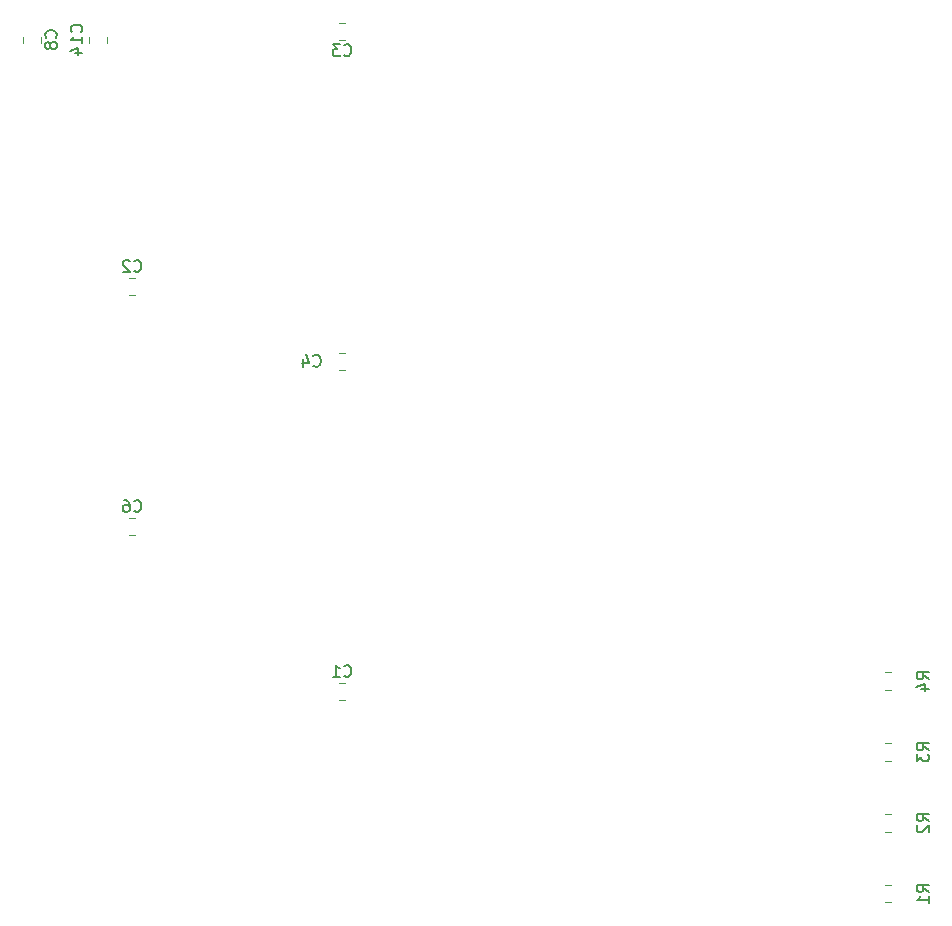
<source format=gbr>
%TF.GenerationSoftware,KiCad,Pcbnew,(5.1.9)-1*%
%TF.CreationDate,2021-06-06T11:32:17-04:00*%
%TF.ProjectId,main,6d61696e-2e6b-4696-9361-645f70636258,rev?*%
%TF.SameCoordinates,Original*%
%TF.FileFunction,Legend,Bot*%
%TF.FilePolarity,Positive*%
%FSLAX46Y46*%
G04 Gerber Fmt 4.6, Leading zero omitted, Abs format (unit mm)*
G04 Created by KiCad (PCBNEW (5.1.9)-1) date 2021-06-06 11:32:17*
%MOMM*%
%LPD*%
G01*
G04 APERTURE LIST*
%ADD10C,0.120000*%
%ADD11C,0.150000*%
G04 APERTURE END LIST*
D10*
%TO.C,C8*%
X40519000Y-30918748D02*
X40519000Y-31441252D01*
X39049000Y-30918748D02*
X39049000Y-31441252D01*
%TO.C,C14*%
X46107000Y-30918748D02*
X46107000Y-31441252D01*
X44637000Y-30918748D02*
X44637000Y-31441252D01*
%TO.C,R4*%
X112477064Y-86235000D02*
X112022936Y-86235000D01*
X112477064Y-84765000D02*
X112022936Y-84765000D01*
%TO.C,R3*%
X112477064Y-92235000D02*
X112022936Y-92235000D01*
X112477064Y-90765000D02*
X112022936Y-90765000D01*
%TO.C,R2*%
X112477064Y-98235000D02*
X112022936Y-98235000D01*
X112477064Y-96765000D02*
X112022936Y-96765000D01*
%TO.C,R1*%
X112477064Y-104235000D02*
X112022936Y-104235000D01*
X112477064Y-102765000D02*
X112022936Y-102765000D01*
%TO.C,C6*%
X48521252Y-73125000D02*
X47998748Y-73125000D01*
X48521252Y-71655000D02*
X47998748Y-71655000D01*
%TO.C,C4*%
X66301252Y-59155000D02*
X65778748Y-59155000D01*
X66301252Y-57685000D02*
X65778748Y-57685000D01*
%TO.C,C3*%
X66301252Y-31215000D02*
X65778748Y-31215000D01*
X66301252Y-29745000D02*
X65778748Y-29745000D01*
%TO.C,C2*%
X48521252Y-52805000D02*
X47998748Y-52805000D01*
X48521252Y-51335000D02*
X47998748Y-51335000D01*
%TO.C,C1*%
X66301252Y-87095000D02*
X65778748Y-87095000D01*
X66301252Y-85625000D02*
X65778748Y-85625000D01*
%TO.C,C8*%
D11*
X41792142Y-31013333D02*
X41839761Y-30965714D01*
X41887380Y-30822857D01*
X41887380Y-30727619D01*
X41839761Y-30584761D01*
X41744523Y-30489523D01*
X41649285Y-30441904D01*
X41458809Y-30394285D01*
X41315952Y-30394285D01*
X41125476Y-30441904D01*
X41030238Y-30489523D01*
X40935000Y-30584761D01*
X40887380Y-30727619D01*
X40887380Y-30822857D01*
X40935000Y-30965714D01*
X40982619Y-31013333D01*
X41315952Y-31584761D02*
X41268333Y-31489523D01*
X41220714Y-31441904D01*
X41125476Y-31394285D01*
X41077857Y-31394285D01*
X40982619Y-31441904D01*
X40935000Y-31489523D01*
X40887380Y-31584761D01*
X40887380Y-31775238D01*
X40935000Y-31870476D01*
X40982619Y-31918095D01*
X41077857Y-31965714D01*
X41125476Y-31965714D01*
X41220714Y-31918095D01*
X41268333Y-31870476D01*
X41315952Y-31775238D01*
X41315952Y-31584761D01*
X41363571Y-31489523D01*
X41411190Y-31441904D01*
X41506428Y-31394285D01*
X41696904Y-31394285D01*
X41792142Y-31441904D01*
X41839761Y-31489523D01*
X41887380Y-31584761D01*
X41887380Y-31775238D01*
X41839761Y-31870476D01*
X41792142Y-31918095D01*
X41696904Y-31965714D01*
X41506428Y-31965714D01*
X41411190Y-31918095D01*
X41363571Y-31870476D01*
X41315952Y-31775238D01*
%TO.C,C14*%
X43951142Y-30537142D02*
X43998761Y-30489523D01*
X44046380Y-30346666D01*
X44046380Y-30251428D01*
X43998761Y-30108571D01*
X43903523Y-30013333D01*
X43808285Y-29965714D01*
X43617809Y-29918095D01*
X43474952Y-29918095D01*
X43284476Y-29965714D01*
X43189238Y-30013333D01*
X43094000Y-30108571D01*
X43046380Y-30251428D01*
X43046380Y-30346666D01*
X43094000Y-30489523D01*
X43141619Y-30537142D01*
X44046380Y-31489523D02*
X44046380Y-30918095D01*
X44046380Y-31203809D02*
X43046380Y-31203809D01*
X43189238Y-31108571D01*
X43284476Y-31013333D01*
X43332095Y-30918095D01*
X43379714Y-32346666D02*
X44046380Y-32346666D01*
X42998761Y-32108571D02*
X43713047Y-31870476D01*
X43713047Y-32489523D01*
%TO.C,R4*%
X115702380Y-85333333D02*
X115226190Y-85000000D01*
X115702380Y-84761904D02*
X114702380Y-84761904D01*
X114702380Y-85142857D01*
X114750000Y-85238095D01*
X114797619Y-85285714D01*
X114892857Y-85333333D01*
X115035714Y-85333333D01*
X115130952Y-85285714D01*
X115178571Y-85238095D01*
X115226190Y-85142857D01*
X115226190Y-84761904D01*
X115035714Y-86190476D02*
X115702380Y-86190476D01*
X114654761Y-85952380D02*
X115369047Y-85714285D01*
X115369047Y-86333333D01*
%TO.C,R3*%
X115702380Y-91333333D02*
X115226190Y-91000000D01*
X115702380Y-90761904D02*
X114702380Y-90761904D01*
X114702380Y-91142857D01*
X114750000Y-91238095D01*
X114797619Y-91285714D01*
X114892857Y-91333333D01*
X115035714Y-91333333D01*
X115130952Y-91285714D01*
X115178571Y-91238095D01*
X115226190Y-91142857D01*
X115226190Y-90761904D01*
X114702380Y-91666666D02*
X114702380Y-92285714D01*
X115083333Y-91952380D01*
X115083333Y-92095238D01*
X115130952Y-92190476D01*
X115178571Y-92238095D01*
X115273809Y-92285714D01*
X115511904Y-92285714D01*
X115607142Y-92238095D01*
X115654761Y-92190476D01*
X115702380Y-92095238D01*
X115702380Y-91809523D01*
X115654761Y-91714285D01*
X115607142Y-91666666D01*
%TO.C,R2*%
X115702380Y-97333333D02*
X115226190Y-97000000D01*
X115702380Y-96761904D02*
X114702380Y-96761904D01*
X114702380Y-97142857D01*
X114750000Y-97238095D01*
X114797619Y-97285714D01*
X114892857Y-97333333D01*
X115035714Y-97333333D01*
X115130952Y-97285714D01*
X115178571Y-97238095D01*
X115226190Y-97142857D01*
X115226190Y-96761904D01*
X114797619Y-97714285D02*
X114750000Y-97761904D01*
X114702380Y-97857142D01*
X114702380Y-98095238D01*
X114750000Y-98190476D01*
X114797619Y-98238095D01*
X114892857Y-98285714D01*
X114988095Y-98285714D01*
X115130952Y-98238095D01*
X115702380Y-97666666D01*
X115702380Y-98285714D01*
%TO.C,R1*%
X115702380Y-103333333D02*
X115226190Y-103000000D01*
X115702380Y-102761904D02*
X114702380Y-102761904D01*
X114702380Y-103142857D01*
X114750000Y-103238095D01*
X114797619Y-103285714D01*
X114892857Y-103333333D01*
X115035714Y-103333333D01*
X115130952Y-103285714D01*
X115178571Y-103238095D01*
X115226190Y-103142857D01*
X115226190Y-102761904D01*
X115702380Y-104285714D02*
X115702380Y-103714285D01*
X115702380Y-104000000D02*
X114702380Y-104000000D01*
X114845238Y-103904761D01*
X114940476Y-103809523D01*
X114988095Y-103714285D01*
%TO.C,C6*%
X48426666Y-71067142D02*
X48474285Y-71114761D01*
X48617142Y-71162380D01*
X48712380Y-71162380D01*
X48855238Y-71114761D01*
X48950476Y-71019523D01*
X48998095Y-70924285D01*
X49045714Y-70733809D01*
X49045714Y-70590952D01*
X48998095Y-70400476D01*
X48950476Y-70305238D01*
X48855238Y-70210000D01*
X48712380Y-70162380D01*
X48617142Y-70162380D01*
X48474285Y-70210000D01*
X48426666Y-70257619D01*
X47569523Y-70162380D02*
X47760000Y-70162380D01*
X47855238Y-70210000D01*
X47902857Y-70257619D01*
X47998095Y-70400476D01*
X48045714Y-70590952D01*
X48045714Y-70971904D01*
X47998095Y-71067142D01*
X47950476Y-71114761D01*
X47855238Y-71162380D01*
X47664761Y-71162380D01*
X47569523Y-71114761D01*
X47521904Y-71067142D01*
X47474285Y-70971904D01*
X47474285Y-70733809D01*
X47521904Y-70638571D01*
X47569523Y-70590952D01*
X47664761Y-70543333D01*
X47855238Y-70543333D01*
X47950476Y-70590952D01*
X47998095Y-70638571D01*
X48045714Y-70733809D01*
%TO.C,C4*%
X63600666Y-58777142D02*
X63648285Y-58824761D01*
X63791142Y-58872380D01*
X63886380Y-58872380D01*
X64029238Y-58824761D01*
X64124476Y-58729523D01*
X64172095Y-58634285D01*
X64219714Y-58443809D01*
X64219714Y-58300952D01*
X64172095Y-58110476D01*
X64124476Y-58015238D01*
X64029238Y-57920000D01*
X63886380Y-57872380D01*
X63791142Y-57872380D01*
X63648285Y-57920000D01*
X63600666Y-57967619D01*
X62743523Y-58205714D02*
X62743523Y-58872380D01*
X62981619Y-57824761D02*
X63219714Y-58539047D01*
X62600666Y-58539047D01*
%TO.C,C3*%
X66206666Y-32488142D02*
X66254285Y-32535761D01*
X66397142Y-32583380D01*
X66492380Y-32583380D01*
X66635238Y-32535761D01*
X66730476Y-32440523D01*
X66778095Y-32345285D01*
X66825714Y-32154809D01*
X66825714Y-32011952D01*
X66778095Y-31821476D01*
X66730476Y-31726238D01*
X66635238Y-31631000D01*
X66492380Y-31583380D01*
X66397142Y-31583380D01*
X66254285Y-31631000D01*
X66206666Y-31678619D01*
X65873333Y-31583380D02*
X65254285Y-31583380D01*
X65587619Y-31964333D01*
X65444761Y-31964333D01*
X65349523Y-32011952D01*
X65301904Y-32059571D01*
X65254285Y-32154809D01*
X65254285Y-32392904D01*
X65301904Y-32488142D01*
X65349523Y-32535761D01*
X65444761Y-32583380D01*
X65730476Y-32583380D01*
X65825714Y-32535761D01*
X65873333Y-32488142D01*
%TO.C,C2*%
X48426666Y-50747142D02*
X48474285Y-50794761D01*
X48617142Y-50842380D01*
X48712380Y-50842380D01*
X48855238Y-50794761D01*
X48950476Y-50699523D01*
X48998095Y-50604285D01*
X49045714Y-50413809D01*
X49045714Y-50270952D01*
X48998095Y-50080476D01*
X48950476Y-49985238D01*
X48855238Y-49890000D01*
X48712380Y-49842380D01*
X48617142Y-49842380D01*
X48474285Y-49890000D01*
X48426666Y-49937619D01*
X48045714Y-49937619D02*
X47998095Y-49890000D01*
X47902857Y-49842380D01*
X47664761Y-49842380D01*
X47569523Y-49890000D01*
X47521904Y-49937619D01*
X47474285Y-50032857D01*
X47474285Y-50128095D01*
X47521904Y-50270952D01*
X48093333Y-50842380D01*
X47474285Y-50842380D01*
%TO.C,C1*%
X66206666Y-85037142D02*
X66254285Y-85084761D01*
X66397142Y-85132380D01*
X66492380Y-85132380D01*
X66635238Y-85084761D01*
X66730476Y-84989523D01*
X66778095Y-84894285D01*
X66825714Y-84703809D01*
X66825714Y-84560952D01*
X66778095Y-84370476D01*
X66730476Y-84275238D01*
X66635238Y-84180000D01*
X66492380Y-84132380D01*
X66397142Y-84132380D01*
X66254285Y-84180000D01*
X66206666Y-84227619D01*
X65254285Y-85132380D02*
X65825714Y-85132380D01*
X65540000Y-85132380D02*
X65540000Y-84132380D01*
X65635238Y-84275238D01*
X65730476Y-84370476D01*
X65825714Y-84418095D01*
%TD*%
M02*

</source>
